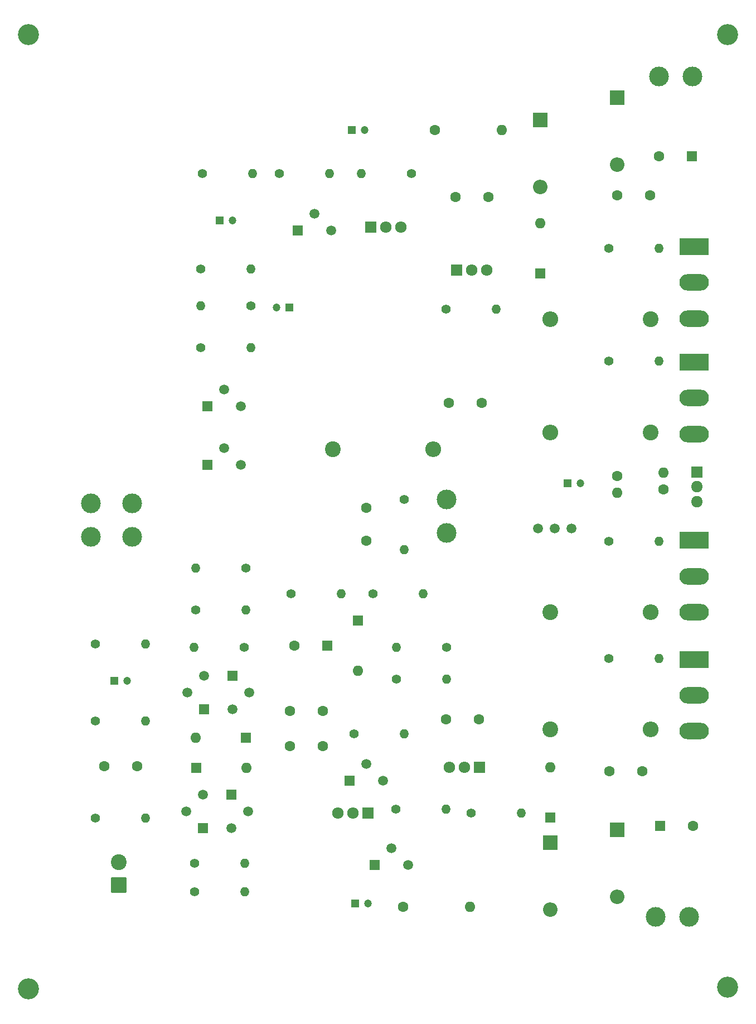
<source format=gbr>
%TF.GenerationSoftware,KiCad,Pcbnew,9.0.0*%
%TF.CreationDate,2025-06-15T12:12:57-04:00*%
%TF.ProjectId,classab-amp,636c6173-7361-4622-9d61-6d702e6b6963,rev?*%
%TF.SameCoordinates,Original*%
%TF.FileFunction,Soldermask,Top*%
%TF.FilePolarity,Negative*%
%FSLAX46Y46*%
G04 Gerber Fmt 4.6, Leading zero omitted, Abs format (unit mm)*
G04 Created by KiCad (PCBNEW 9.0.0) date 2025-06-15 12:12:57*
%MOMM*%
%LPD*%
G01*
G04 APERTURE LIST*
G04 Aperture macros list*
%AMRoundRect*
0 Rectangle with rounded corners*
0 $1 Rounding radius*
0 $2 $3 $4 $5 $6 $7 $8 $9 X,Y pos of 4 corners*
0 Add a 4 corners polygon primitive as box body*
4,1,4,$2,$3,$4,$5,$6,$7,$8,$9,$2,$3,0*
0 Add four circle primitives for the rounded corners*
1,1,$1+$1,$2,$3*
1,1,$1+$1,$4,$5*
1,1,$1+$1,$6,$7*
1,1,$1+$1,$8,$9*
0 Add four rect primitives between the rounded corners*
20,1,$1+$1,$2,$3,$4,$5,0*
20,1,$1+$1,$4,$5,$6,$7,0*
20,1,$1+$1,$6,$7,$8,$9,0*
20,1,$1+$1,$8,$9,$2,$3,0*%
G04 Aperture macros list end*
%ADD10C,3.200000*%
%ADD11C,2.400000*%
%ADD12O,2.400000X2.400000*%
%ADD13C,1.400000*%
%ADD14O,1.400000X1.400000*%
%ADD15R,1.710000X1.800000*%
%ADD16O,1.710000X1.800000*%
%ADD17R,1.200000X1.200000*%
%ADD18C,1.200000*%
%ADD19R,1.600000X1.600000*%
%ADD20O,1.600000X1.600000*%
%ADD21R,4.500000X2.500000*%
%ADD22O,4.500000X2.500000*%
%ADD23C,1.600000*%
%ADD24R,1.500000X1.500000*%
%ADD25C,1.500000*%
%ADD26R,1.800000X1.710000*%
%ADD27O,1.800000X1.710000*%
%ADD28C,1.512000*%
%ADD29C,3.000000*%
%ADD30RoundRect,0.250001X0.949999X-0.949999X0.949999X0.949999X-0.949999X0.949999X-0.949999X-0.949999X0*%
%ADD31R,2.200000X2.200000*%
%ADD32O,2.200000X2.200000*%
G04 APERTURE END LIST*
D10*
%TO.C,H3*%
X202184000Y-141986000D03*
%TD*%
D11*
%TO.C,R24*%
X142240000Y-60325000D03*
D12*
X157480000Y-60325000D03*
%TD*%
D13*
%TO.C,R19*%
X154178000Y-18542000D03*
D14*
X146558000Y-18542000D03*
%TD*%
D15*
%TO.C,Q13*%
X161047000Y-33141000D03*
D16*
X163327000Y-33141000D03*
X165607000Y-33141000D03*
%TD*%
D13*
%TO.C,R20*%
X151765000Y-114935000D03*
D14*
X159385000Y-114935000D03*
%TD*%
D17*
%TO.C,C7*%
X177832000Y-65532000D03*
D18*
X179832000Y-65532000D03*
%TD*%
D19*
%TO.C,D1*%
X129032000Y-104140000D03*
D20*
X121412000Y-104140000D03*
%TD*%
D21*
%TO.C,Q17*%
X197104000Y-74168000D03*
D22*
X197104000Y-79618000D03*
X197104000Y-85068000D03*
%TD*%
D23*
%TO.C,C26*%
X135676000Y-100076000D03*
X140676000Y-100076000D03*
%TD*%
D19*
%TO.C,D2*%
X121483712Y-108712000D03*
D20*
X129103712Y-108712000D03*
%TD*%
D10*
%TO.C,H2*%
X202184000Y2540000D03*
%TD*%
D13*
%TO.C,R14*%
X148336000Y-82296000D03*
D14*
X155956000Y-82296000D03*
%TD*%
D24*
%TO.C,Q5*%
X126809712Y-112776000D03*
D25*
X129349712Y-115316000D03*
X126809712Y-117856000D03*
%TD*%
D23*
%TO.C,R43*%
X157734000Y-11938000D03*
D20*
X167894000Y-11938000D03*
%TD*%
D24*
%TO.C,Q7*%
X148590000Y-123452000D03*
D25*
X151130000Y-120912000D03*
X153670000Y-123452000D03*
%TD*%
D23*
%TO.C,C9*%
X164425000Y-101346000D03*
X159425000Y-101346000D03*
%TD*%
%TO.C,R17*%
X185420000Y-64360000D03*
D20*
X185420000Y-66900000D03*
%TD*%
D10*
%TO.C,H1*%
X96012000Y2540000D03*
%TD*%
D26*
%TO.C,Q11*%
X197491000Y-63765000D03*
D27*
X197491000Y-66045000D03*
X197491000Y-68325000D03*
%TD*%
D24*
%TO.C,Q1*%
X123190000Y-53856000D03*
D25*
X125730000Y-51316000D03*
X128270000Y-53856000D03*
%TD*%
D13*
%TO.C,R32*%
X184150000Y-74295000D03*
D14*
X191770000Y-74295000D03*
%TD*%
D13*
%TO.C,R3*%
X106172000Y-89916000D03*
D14*
X113792000Y-89916000D03*
%TD*%
D13*
%TO.C,R1*%
X106172000Y-116332000D03*
D14*
X113792000Y-116332000D03*
%TD*%
D11*
%TO.C,R30*%
X175260000Y-85090000D03*
D12*
X190500000Y-85090000D03*
%TD*%
D11*
%TO.C,R28*%
X190500000Y-40640000D03*
D12*
X175260000Y-40640000D03*
%TD*%
D11*
%TO.C,R31*%
X175260000Y-102870000D03*
D12*
X190500000Y-102870000D03*
%TD*%
D24*
%TO.C,Q8*%
X144780000Y-110625000D03*
D25*
X147320000Y-108085000D03*
X149860000Y-110625000D03*
%TD*%
D19*
%TO.C,C4*%
X141340651Y-90170000D03*
D23*
X136340651Y-90170000D03*
%TD*%
D13*
%TO.C,R27*%
X184150000Y-46990000D03*
D14*
X191770000Y-46990000D03*
%TD*%
D13*
%TO.C,R8*%
X121412000Y-84709000D03*
D14*
X129032000Y-84709000D03*
%TD*%
D24*
%TO.C,Q3*%
X122507712Y-117856000D03*
D25*
X119967712Y-115316000D03*
X122507712Y-112776000D03*
%TD*%
D23*
%TO.C,R18*%
X192405000Y-66450000D03*
D20*
X192405000Y-63910000D03*
%TD*%
D23*
%TO.C,R44*%
X152908000Y-129794000D03*
D20*
X163068000Y-129794000D03*
%TD*%
D17*
%TO.C,C2*%
X135636000Y-38870000D03*
D18*
X133636000Y-38870000D03*
%TD*%
D17*
%TO.C,C5*%
X125000000Y-25654000D03*
D18*
X127000000Y-25654000D03*
%TD*%
D24*
%TO.C,Q6*%
X126992000Y-94742000D03*
D25*
X129532000Y-97282000D03*
X126992000Y-99822000D03*
%TD*%
D21*
%TO.C,Q16*%
X197104000Y-92224000D03*
D22*
X197104000Y-97674000D03*
X197104000Y-103124000D03*
%TD*%
D28*
%TO.C,RV1*%
X173355000Y-72390000D03*
X175895000Y-72390000D03*
X178435000Y-72390000D03*
%TD*%
D13*
%TO.C,R6*%
X122174000Y-33028000D03*
D14*
X129794000Y-33028000D03*
%TD*%
D11*
%TO.C,R29*%
X190500000Y-57785000D03*
D12*
X175260000Y-57785000D03*
%TD*%
D23*
%TO.C,C6*%
X135676000Y-105410000D03*
X140676000Y-105410000D03*
%TD*%
D29*
%TO.C,J7*%
X111760000Y-73660000D03*
X111760000Y-68580000D03*
%TD*%
D15*
%TO.C,Q10*%
X147960110Y-26675000D03*
D16*
X150240110Y-26675000D03*
X152520110Y-26675000D03*
%TD*%
D19*
%TO.C,D7*%
X175260000Y-116205000D03*
D20*
X175260000Y-108585000D03*
%TD*%
D13*
%TO.C,R4*%
X106172000Y-101600000D03*
D14*
X113792000Y-101600000D03*
%TD*%
D17*
%TO.C,C3*%
X109009401Y-95504000D03*
D18*
X111009401Y-95504000D03*
%TD*%
D23*
%TO.C,C11*%
X185420000Y-21844000D03*
X190420000Y-21844000D03*
%TD*%
%TO.C,C10*%
X147320000Y-69255000D03*
X147320000Y-74255000D03*
%TD*%
D13*
%TO.C,R13*%
X145415000Y-103505000D03*
D14*
X153035000Y-103505000D03*
%TD*%
D29*
%TO.C,J5*%
X159485000Y-73025000D03*
X159485000Y-67945000D03*
%TD*%
D13*
%TO.C,R10*%
X129032000Y-78359000D03*
D14*
X121412000Y-78359000D03*
%TD*%
D13*
%TO.C,R26*%
X184150000Y-92075000D03*
D14*
X191770000Y-92075000D03*
%TD*%
D13*
%TO.C,R22*%
X159385000Y-39116000D03*
D14*
X167005000Y-39116000D03*
%TD*%
D13*
%TO.C,R25*%
X184150000Y-29845000D03*
D14*
X191770000Y-29845000D03*
%TD*%
D13*
%TO.C,R16*%
X134112000Y-18542000D03*
D14*
X141732000Y-18542000D03*
%TD*%
D13*
%TO.C,R21*%
X153035000Y-67945000D03*
D14*
X153035000Y-75565000D03*
%TD*%
D29*
%TO.C,J6*%
X105510000Y-73660000D03*
X105510000Y-68580000D03*
%TD*%
D13*
%TO.C,R46*%
X151892000Y-95250000D03*
D14*
X159512000Y-95250000D03*
%TD*%
D19*
%TO.C,C14*%
X191907349Y-117475000D03*
D23*
X196907349Y-117475000D03*
%TD*%
D24*
%TO.C,Q9*%
X136906000Y-27186000D03*
D25*
X139446000Y-24646000D03*
X141986000Y-27186000D03*
%TD*%
D17*
%TO.C,C25*%
X145585401Y-129286000D03*
D18*
X147585401Y-129286000D03*
%TD*%
D13*
%TO.C,R11*%
X121229712Y-123190000D03*
D14*
X128849712Y-123190000D03*
%TD*%
D17*
%TO.C,C24*%
X145066000Y-11938000D03*
D18*
X147066000Y-11938000D03*
%TD*%
D30*
%TO.C,J1*%
X109749500Y-126464000D03*
D11*
X109749500Y-122964000D03*
%TD*%
D24*
%TO.C,Q4*%
X123190000Y-62746000D03*
D25*
X125730000Y-60206000D03*
X128270000Y-62746000D03*
%TD*%
D21*
%TO.C,Q15*%
X197104000Y-29602000D03*
D22*
X197104000Y-35052000D03*
X197104000Y-40502000D03*
%TD*%
D13*
%TO.C,R12*%
X135890000Y-82296000D03*
D14*
X143510000Y-82296000D03*
%TD*%
D13*
%TO.C,R45*%
X159512000Y-90424000D03*
D14*
X151892000Y-90424000D03*
%TD*%
D23*
%TO.C,C15*%
X164806000Y-53340000D03*
X159806000Y-53340000D03*
%TD*%
D13*
%TO.C,R9*%
X122174000Y-44966000D03*
D14*
X129794000Y-44966000D03*
%TD*%
D31*
%TO.C,D4*%
X173736000Y-10414000D03*
D32*
X173736000Y-20574000D03*
%TD*%
D19*
%TO.C,C13*%
X196712651Y-15875000D03*
D23*
X191712651Y-15875000D03*
%TD*%
D29*
%TO.C,J4*%
X191770000Y-3810000D03*
X196850000Y-3810000D03*
%TD*%
D15*
%TO.C,Q12*%
X147563000Y-115570000D03*
D16*
X145283000Y-115570000D03*
X143003000Y-115570000D03*
%TD*%
D31*
%TO.C,D6*%
X175260000Y-120015000D03*
D32*
X175260000Y-130175000D03*
%TD*%
D13*
%TO.C,R5*%
X129794000Y-38616000D03*
D14*
X122174000Y-38616000D03*
%TD*%
D31*
%TO.C,D8*%
X185420000Y-6985000D03*
D32*
X185420000Y-17145000D03*
%TD*%
D13*
%TO.C,R23*%
X163195000Y-115570000D03*
D14*
X170815000Y-115570000D03*
%TD*%
D23*
%TO.C,C8*%
X165822000Y-22098000D03*
X160822000Y-22098000D03*
%TD*%
D10*
%TO.C,H4*%
X96012000Y-142240000D03*
%TD*%
D19*
%TO.C,D3*%
X146050000Y-86360000D03*
D20*
X146050000Y-93980000D03*
%TD*%
D21*
%TO.C,Q18*%
X197104000Y-47128000D03*
D22*
X197104000Y-52578000D03*
X197104000Y-58028000D03*
%TD*%
D13*
%TO.C,R7*%
X121229712Y-127508000D03*
D14*
X128849712Y-127508000D03*
%TD*%
D13*
%TO.C,R2*%
X128778000Y-90424000D03*
D14*
X121158000Y-90424000D03*
%TD*%
D15*
%TO.C,Q14*%
X164465000Y-108585000D03*
D16*
X162185000Y-108585000D03*
X159905000Y-108585000D03*
%TD*%
D19*
%TO.C,D5*%
X173736000Y-33655000D03*
D20*
X173736000Y-26035000D03*
%TD*%
D13*
%TO.C,R15*%
X122428000Y-18542000D03*
D14*
X130048000Y-18542000D03*
%TD*%
D24*
%TO.C,Q2*%
X122682000Y-99822000D03*
D25*
X120142000Y-97282000D03*
X122682000Y-94742000D03*
%TD*%
D29*
%TO.C,J3*%
X191262000Y-131318000D03*
X196342000Y-131318000D03*
%TD*%
D23*
%TO.C,C12*%
X189230000Y-109220000D03*
X184230000Y-109220000D03*
%TD*%
%TO.C,C1*%
X107482000Y-108458000D03*
X112482000Y-108458000D03*
%TD*%
D31*
%TO.C,D9*%
X185420000Y-118110000D03*
D32*
X185420000Y-128270000D03*
%TD*%
M02*

</source>
